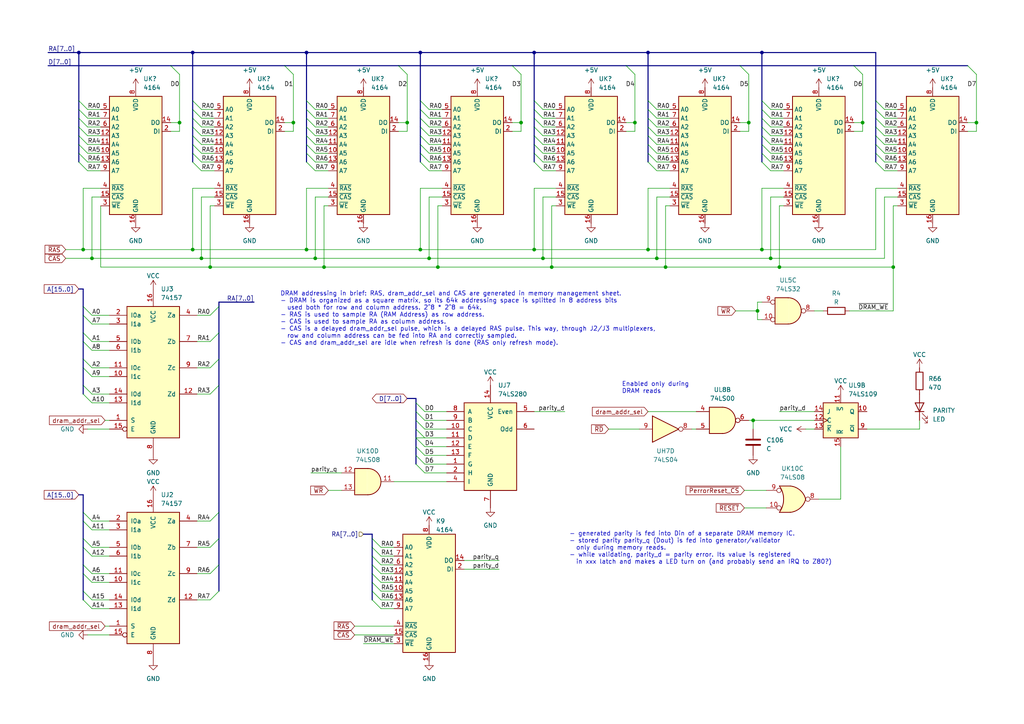
<source format=kicad_sch>
(kicad_sch (version 20230121) (generator eeschema)
  (paper "A4")
  (junction (at 154.94 15.24))
  (junction (at 85.09 35.56))
  (junction (at 157.48 74.93))
  (junction (at 60.96 77.47))
  (junction (at 58.42 74.93))
  (junction (at 121.92 15.24))
  (junction (at 223.52 74.93))
  (junction (at 187.96 72.39))
  (junction (at 88.9 15.24))
  (junction (at 219.71 90.17))
  (junction (at 193.04 77.47))
  (junction (at 118.11 35.56))
  (junction (at 55.88 72.39))
  (junction (at 22.86 15.24))
  (junction (at 259.08 77.47))
  (junction (at 217.17 35.56))
  (junction (at 250.19 35.56))
  (junction (at 127 77.47))
  (junction (at 154.94 72.39))
  (junction (at 55.88 15.24))
  (junction (at 220.98 72.39))
  (junction (at 24.13 72.39))
  (junction (at 160.02 77.47))
  (junction (at 151.13 35.56))
  (junction (at 218.44 121.92))
  (junction (at 52.07 35.56))
  (junction (at 121.92 72.39))
  (junction (at 283.21 35.56))
  (junction (at 88.9 72.39))
  (junction (at 184.15 35.56))
  (junction (at 91.44 74.93))
  (junction (at 124.46 74.93))
  (junction (at 26.67 74.93))
  (junction (at 226.06 77.47))
  (junction (at 220.98 15.24))
  (junction (at 93.98 77.47))
  (junction (at 187.96 15.24))
  (junction (at 190.5 74.93))
  (bus_entry (at 24.13 156.21) (size 2.54 2.54))
  (bus_entry (at 88.9 34.29) (size 2.54 2.54))
  (bus_entry (at 254 34.29) (size 2.54 2.54))
  (bus_entry (at 63.5 156.21) (size -2.54 2.54))
  (bus_entry (at 63.5 171.45) (size -2.54 2.54))
  (bus_entry (at 254 39.37) (size 2.54 2.54))
  (bus_entry (at 63.5 104.14) (size -2.54 2.54))
  (bus_entry (at 154.94 39.37) (size 2.54 2.54))
  (bus_entry (at 63.5 88.9) (size -2.54 2.54))
  (bus_entry (at 88.9 29.21) (size 2.54 2.54))
  (bus_entry (at 24.13 171.45) (size 2.54 2.54))
  (bus_entry (at 22.86 44.45) (size 2.54 2.54))
  (bus_entry (at 88.9 36.83) (size 2.54 2.54))
  (bus_entry (at 22.86 36.83) (size 2.54 2.54))
  (bus_entry (at 24.13 106.68) (size 2.54 2.54))
  (bus_entry (at 24.13 158.75) (size 2.54 2.54))
  (bus_entry (at 187.96 31.75) (size 2.54 2.54))
  (bus_entry (at 120.65 124.46) (size 2.54 2.54))
  (bus_entry (at 24.13 104.14) (size 2.54 2.54))
  (bus_entry (at 88.9 39.37) (size 2.54 2.54))
  (bus_entry (at 22.86 41.91) (size 2.54 2.54))
  (bus_entry (at 63.5 96.52) (size -2.54 2.54))
  (bus_entry (at 24.13 91.44) (size 2.54 2.54))
  (bus_entry (at 154.94 31.75) (size 2.54 2.54))
  (bus_entry (at 22.86 31.75) (size 2.54 2.54))
  (bus_entry (at 154.94 36.83) (size 2.54 2.54))
  (bus_entry (at 187.96 29.21) (size 2.54 2.54))
  (bus_entry (at 24.13 163.83) (size 2.54 2.54))
  (bus_entry (at 22.86 39.37) (size 2.54 2.54))
  (bus_entry (at 24.13 88.9) (size 2.54 2.54))
  (bus_entry (at 88.9 31.75) (size 2.54 2.54))
  (bus_entry (at 82.55 19.05) (size 2.54 2.54))
  (bus_entry (at 107.95 161.29) (size 2.54 2.54))
  (bus_entry (at 254 31.75) (size 2.54 2.54))
  (bus_entry (at 55.88 46.99) (size 2.54 2.54))
  (bus_entry (at 24.13 114.3) (size 2.54 2.54))
  (bus_entry (at 220.98 36.83) (size 2.54 2.54))
  (bus_entry (at 24.13 173.99) (size 2.54 2.54))
  (bus_entry (at 120.65 119.38) (size 2.54 2.54))
  (bus_entry (at 121.92 36.83) (size 2.54 2.54))
  (bus_entry (at 63.5 163.83) (size -2.54 2.54))
  (bus_entry (at 115.57 19.05) (size 2.54 2.54))
  (bus_entry (at 220.98 44.45) (size 2.54 2.54))
  (bus_entry (at 121.92 29.21) (size 2.54 2.54))
  (bus_entry (at 148.59 19.05) (size 2.54 2.54))
  (bus_entry (at 121.92 34.29) (size 2.54 2.54))
  (bus_entry (at 220.98 41.91) (size 2.54 2.54))
  (bus_entry (at 254 46.99) (size 2.54 2.54))
  (bus_entry (at 187.96 46.99) (size 2.54 2.54))
  (bus_entry (at 63.5 148.59) (size -2.54 2.54))
  (bus_entry (at 121.92 39.37) (size 2.54 2.54))
  (bus_entry (at 55.88 31.75) (size 2.54 2.54))
  (bus_entry (at 107.95 163.83) (size 2.54 2.54))
  (bus_entry (at 187.96 39.37) (size 2.54 2.54))
  (bus_entry (at 214.63 19.05) (size 2.54 2.54))
  (bus_entry (at 49.53 19.05) (size 2.54 2.54))
  (bus_entry (at 154.94 44.45) (size 2.54 2.54))
  (bus_entry (at 107.95 166.37) (size 2.54 2.54))
  (bus_entry (at 24.13 166.37) (size 2.54 2.54))
  (bus_entry (at 120.65 132.08) (size 2.54 2.54))
  (bus_entry (at 107.95 156.21) (size 2.54 2.54))
  (bus_entry (at 55.88 39.37) (size 2.54 2.54))
  (bus_entry (at 88.9 44.45) (size 2.54 2.54))
  (bus_entry (at 24.13 148.59) (size 2.54 2.54))
  (bus_entry (at 187.96 34.29) (size 2.54 2.54))
  (bus_entry (at 107.95 168.91) (size 2.54 2.54))
  (bus_entry (at 24.13 99.06) (size 2.54 2.54))
  (bus_entry (at 220.98 29.21) (size 2.54 2.54))
  (bus_entry (at 120.65 134.62) (size 2.54 2.54))
  (bus_entry (at 121.92 31.75) (size 2.54 2.54))
  (bus_entry (at 121.92 46.99) (size 2.54 2.54))
  (bus_entry (at 55.88 29.21) (size 2.54 2.54))
  (bus_entry (at 254 36.83) (size 2.54 2.54))
  (bus_entry (at 220.98 34.29) (size 2.54 2.54))
  (bus_entry (at 63.5 111.76) (size -2.54 2.54))
  (bus_entry (at 55.88 44.45) (size 2.54 2.54))
  (bus_entry (at 280.67 19.05) (size 2.54 2.54))
  (bus_entry (at 254 41.91) (size 2.54 2.54))
  (bus_entry (at 220.98 39.37) (size 2.54 2.54))
  (bus_entry (at 247.65 19.05) (size 2.54 2.54))
  (bus_entry (at 181.61 19.05) (size 2.54 2.54))
  (bus_entry (at 120.65 116.84) (size 2.54 2.54))
  (bus_entry (at 220.98 31.75) (size 2.54 2.54))
  (bus_entry (at 254 44.45) (size 2.54 2.54))
  (bus_entry (at 22.86 34.29) (size 2.54 2.54))
  (bus_entry (at 187.96 44.45) (size 2.54 2.54))
  (bus_entry (at 55.88 41.91) (size 2.54 2.54))
  (bus_entry (at 22.86 29.21) (size 2.54 2.54))
  (bus_entry (at 24.13 111.76) (size 2.54 2.54))
  (bus_entry (at 107.95 158.75) (size 2.54 2.54))
  (bus_entry (at 187.96 41.91) (size 2.54 2.54))
  (bus_entry (at 154.94 29.21) (size 2.54 2.54))
  (bus_entry (at 24.13 96.52) (size 2.54 2.54))
  (bus_entry (at 24.13 151.13) (size 2.54 2.54))
  (bus_entry (at 107.95 173.99) (size 2.54 2.54))
  (bus_entry (at 55.88 36.83) (size 2.54 2.54))
  (bus_entry (at 88.9 41.91) (size 2.54 2.54))
  (bus_entry (at 220.98 46.99) (size 2.54 2.54))
  (bus_entry (at 120.65 129.54) (size 2.54 2.54))
  (bus_entry (at 88.9 46.99) (size 2.54 2.54))
  (bus_entry (at 154.94 41.91) (size 2.54 2.54))
  (bus_entry (at 154.94 34.29) (size 2.54 2.54))
  (bus_entry (at 107.95 171.45) (size 2.54 2.54))
  (bus_entry (at 154.94 46.99) (size 2.54 2.54))
  (bus_entry (at 187.96 36.83) (size 2.54 2.54))
  (bus_entry (at 254 29.21) (size 2.54 2.54))
  (bus_entry (at 55.88 34.29) (size 2.54 2.54))
  (bus_entry (at 120.65 127) (size 2.54 2.54))
  (bus_entry (at 121.92 41.91) (size 2.54 2.54))
  (bus_entry (at 22.86 46.99) (size 2.54 2.54))
  (bus_entry (at 120.65 121.92) (size 2.54 2.54))
  (bus_entry (at 121.92 44.45) (size 2.54 2.54))
  (wire (pts (xy 60.96 59.69) (xy 60.96 77.47)))
  (wire (pts (xy 123.19 121.92) (xy 129.54 121.92)))
  (wire (pts (xy 26.67 91.44) (xy 31.75 91.44)))
  (wire (pts (xy 118.11 35.56) (xy 118.11 38.1)))
  (wire (pts (xy 58.42 46.99) (xy 62.23 46.99)))
  (wire (pts (xy 110.49 166.37) (xy 114.3 166.37)))
  (wire (pts (xy 60.96 114.3) (xy 57.15 114.3)))
  (wire (pts (xy 29.21 77.47) (xy 60.96 77.47)))
  (wire (pts (xy 256.54 41.91) (xy 260.35 41.91)))
  (bus (pts (xy 88.9 34.29) (xy 88.9 36.83)))
  (wire (pts (xy 91.44 46.99) (xy 95.25 46.99)))
  (wire (pts (xy 124.46 39.37) (xy 128.27 39.37)))
  (bus (pts (xy 24.13 106.68) (xy 24.13 111.76)))
  (wire (pts (xy 259.08 59.69) (xy 259.08 77.47)))
  (wire (pts (xy 218.44 121.92) (xy 236.22 121.92)))
  (wire (pts (xy 181.61 35.56) (xy 184.15 35.56)))
  (bus (pts (xy 55.88 15.24) (xy 88.9 15.24)))
  (bus (pts (xy 115.57 19.05) (xy 148.59 19.05)))
  (wire (pts (xy 25.4 31.75) (xy 29.21 31.75)))
  (wire (pts (xy 256.54 31.75) (xy 260.35 31.75)))
  (wire (pts (xy 251.46 124.46) (xy 266.7 124.46)))
  (wire (pts (xy 157.48 41.91) (xy 161.29 41.91)))
  (wire (pts (xy 176.53 124.46) (xy 185.42 124.46)))
  (wire (pts (xy 110.49 163.83) (xy 114.3 163.83)))
  (wire (pts (xy 260.35 59.69) (xy 259.08 59.69)))
  (wire (pts (xy 26.67 114.3) (xy 31.75 114.3)))
  (wire (pts (xy 91.44 41.91) (xy 95.25 41.91)))
  (wire (pts (xy 123.19 134.62) (xy 129.54 134.62)))
  (bus (pts (xy 49.53 19.05) (xy 82.55 19.05)))
  (wire (pts (xy 127 59.69) (xy 127 77.47)))
  (wire (pts (xy 254 54.61) (xy 254 72.39)))
  (bus (pts (xy 107.95 161.29) (xy 107.95 163.83)))
  (wire (pts (xy 91.44 44.45) (xy 95.25 44.45)))
  (wire (pts (xy 55.88 72.39) (xy 88.9 72.39)))
  (wire (pts (xy 157.48 46.99) (xy 161.29 46.99)))
  (wire (pts (xy 247.65 38.1) (xy 250.19 38.1)))
  (wire (pts (xy 128.27 57.15) (xy 124.46 57.15)))
  (wire (pts (xy 62.23 59.69) (xy 60.96 59.69)))
  (wire (pts (xy 110.49 176.53) (xy 114.3 176.53)))
  (wire (pts (xy 128.27 59.69) (xy 127 59.69)))
  (wire (pts (xy 82.55 38.1) (xy 85.09 38.1)))
  (bus (pts (xy 24.13 99.06) (xy 24.13 104.14)))
  (bus (pts (xy 88.9 36.83) (xy 88.9 39.37)))
  (wire (pts (xy 91.44 57.15) (xy 91.44 74.93)))
  (bus (pts (xy 55.88 15.24) (xy 55.88 29.21)))
  (wire (pts (xy 110.49 173.99) (xy 114.3 173.99)))
  (wire (pts (xy 26.67 158.75) (xy 31.75 158.75)))
  (wire (pts (xy 58.42 74.93) (xy 91.44 74.93)))
  (wire (pts (xy 227.33 54.61) (xy 220.98 54.61)))
  (wire (pts (xy 91.44 49.53) (xy 95.25 49.53)))
  (bus (pts (xy 220.98 39.37) (xy 220.98 41.91)))
  (wire (pts (xy 60.96 158.75) (xy 57.15 158.75)))
  (wire (pts (xy 26.67 176.53) (xy 31.75 176.53)))
  (wire (pts (xy 250.19 21.59) (xy 250.19 35.56)))
  (wire (pts (xy 190.5 36.83) (xy 194.31 36.83)))
  (wire (pts (xy 26.67 101.6) (xy 31.75 101.6)))
  (bus (pts (xy 22.86 34.29) (xy 22.86 36.83)))
  (wire (pts (xy 91.44 36.83) (xy 95.25 36.83)))
  (wire (pts (xy 190.5 44.45) (xy 194.31 44.45)))
  (bus (pts (xy 88.9 41.91) (xy 88.9 44.45)))
  (wire (pts (xy 90.17 137.16) (xy 99.06 137.16)))
  (wire (pts (xy 105.41 186.69) (xy 114.3 186.69)))
  (wire (pts (xy 123.19 127) (xy 120.65 127)))
  (wire (pts (xy 25.4 46.99) (xy 29.21 46.99)))
  (bus (pts (xy 187.96 34.29) (xy 187.96 36.83)))
  (wire (pts (xy 190.5 46.99) (xy 194.31 46.99)))
  (bus (pts (xy 22.86 143.51) (xy 24.13 143.51)))
  (wire (pts (xy 26.67 153.67) (xy 31.75 153.67)))
  (bus (pts (xy 24.13 148.59) (xy 24.13 151.13)))
  (bus (pts (xy 24.13 88.9) (xy 24.13 91.44)))
  (wire (pts (xy 124.46 49.53) (xy 128.27 49.53)))
  (bus (pts (xy 154.94 39.37) (xy 154.94 41.91)))
  (bus (pts (xy 88.9 44.45) (xy 88.9 46.99)))
  (bus (pts (xy 154.94 44.45) (xy 154.94 46.99)))
  (bus (pts (xy 220.98 44.45) (xy 220.98 46.99)))
  (wire (pts (xy 220.98 87.63) (xy 219.71 87.63)))
  (wire (pts (xy 88.9 54.61) (xy 88.9 72.39)))
  (wire (pts (xy 58.42 41.91) (xy 62.23 41.91)))
  (bus (pts (xy 154.94 15.24) (xy 154.94 29.21)))
  (bus (pts (xy 24.13 163.83) (xy 24.13 166.37)))
  (wire (pts (xy 157.48 39.37) (xy 161.29 39.37)))
  (wire (pts (xy 187.96 72.39) (xy 154.94 72.39)))
  (wire (pts (xy 60.96 91.44) (xy 57.15 91.44)))
  (bus (pts (xy 63.5 88.9) (xy 63.5 96.52)))
  (wire (pts (xy 254 72.39) (xy 220.98 72.39)))
  (wire (pts (xy 58.42 49.53) (xy 62.23 49.53)))
  (wire (pts (xy 49.53 38.1) (xy 52.07 38.1)))
  (wire (pts (xy 124.46 57.15) (xy 124.46 74.93)))
  (bus (pts (xy 120.65 132.08) (xy 120.65 134.62)))
  (bus (pts (xy 154.94 41.91) (xy 154.94 44.45)))
  (wire (pts (xy 154.94 72.39) (xy 121.92 72.39)))
  (wire (pts (xy 190.5 57.15) (xy 190.5 74.93)))
  (wire (pts (xy 25.4 44.45) (xy 29.21 44.45)))
  (bus (pts (xy 121.92 41.91) (xy 121.92 44.45)))
  (wire (pts (xy 60.96 166.37) (xy 57.15 166.37)))
  (bus (pts (xy 154.94 31.75) (xy 154.94 34.29)))
  (wire (pts (xy 256.54 34.29) (xy 260.35 34.29)))
  (wire (pts (xy 95.25 142.24) (xy 99.06 142.24)))
  (wire (pts (xy 26.67 57.15) (xy 26.67 74.93)))
  (wire (pts (xy 190.5 49.53) (xy 194.31 49.53)))
  (bus (pts (xy 63.5 96.52) (xy 63.5 104.14)))
  (bus (pts (xy 120.65 121.92) (xy 120.65 124.46)))
  (bus (pts (xy 24.13 158.75) (xy 24.13 163.83)))
  (wire (pts (xy 85.09 35.56) (xy 85.09 38.1)))
  (wire (pts (xy 102.87 184.15) (xy 114.3 184.15)))
  (wire (pts (xy 29.21 59.69) (xy 29.21 77.47)))
  (wire (pts (xy 102.87 181.61) (xy 114.3 181.61)))
  (wire (pts (xy 194.31 54.61) (xy 187.96 54.61)))
  (bus (pts (xy 24.13 104.14) (xy 24.13 106.68)))
  (bus (pts (xy 24.13 96.52) (xy 24.13 99.06)))
  (bus (pts (xy 220.98 41.91) (xy 220.98 44.45)))
  (wire (pts (xy 128.27 54.61) (xy 121.92 54.61)))
  (wire (pts (xy 217.17 21.59) (xy 217.17 35.56)))
  (bus (pts (xy 187.96 15.24) (xy 220.98 15.24)))
  (wire (pts (xy 190.5 31.75) (xy 194.31 31.75)))
  (wire (pts (xy 260.35 57.15) (xy 256.54 57.15)))
  (wire (pts (xy 246.38 90.17) (xy 259.08 90.17)))
  (bus (pts (xy 121.92 15.24) (xy 154.94 15.24)))
  (wire (pts (xy 256.54 36.83) (xy 260.35 36.83)))
  (wire (pts (xy 123.19 137.16) (xy 129.54 137.16)))
  (wire (pts (xy 266.7 121.92) (xy 266.7 124.46)))
  (wire (pts (xy 184.15 21.59) (xy 184.15 35.56)))
  (wire (pts (xy 226.06 59.69) (xy 226.06 77.47)))
  (wire (pts (xy 247.65 35.56) (xy 250.19 35.56)))
  (bus (pts (xy 220.98 34.29) (xy 220.98 36.83)))
  (bus (pts (xy 187.96 39.37) (xy 187.96 41.91)))
  (wire (pts (xy 218.44 121.92) (xy 218.44 124.46)))
  (wire (pts (xy 60.96 99.06) (xy 57.15 99.06)))
  (wire (pts (xy 187.96 54.61) (xy 187.96 72.39)))
  (bus (pts (xy 22.86 31.75) (xy 22.86 34.29)))
  (wire (pts (xy 157.48 57.15) (xy 157.48 74.93)))
  (wire (pts (xy 283.21 35.56) (xy 283.21 38.1)))
  (wire (pts (xy 223.52 46.99) (xy 227.33 46.99)))
  (wire (pts (xy 60.96 151.13) (xy 57.15 151.13)))
  (wire (pts (xy 227.33 57.15) (xy 223.52 57.15)))
  (bus (pts (xy 187.96 36.83) (xy 187.96 39.37)))
  (bus (pts (xy 254 44.45) (xy 254 46.99)))
  (bus (pts (xy 24.13 151.13) (xy 24.13 156.21)))
  (wire (pts (xy 161.29 54.61) (xy 154.94 54.61)))
  (wire (pts (xy 115.57 35.56) (xy 118.11 35.56)))
  (wire (pts (xy 223.52 31.75) (xy 227.33 31.75)))
  (wire (pts (xy 181.61 38.1) (xy 184.15 38.1)))
  (wire (pts (xy 200.66 124.46) (xy 201.93 124.46)))
  (bus (pts (xy 181.61 19.05) (xy 214.63 19.05)))
  (wire (pts (xy 223.52 44.45) (xy 227.33 44.45)))
  (wire (pts (xy 124.46 41.91) (xy 128.27 41.91)))
  (wire (pts (xy 151.13 21.59) (xy 151.13 35.56)))
  (bus (pts (xy 55.88 31.75) (xy 55.88 34.29)))
  (wire (pts (xy 26.67 173.99) (xy 31.75 173.99)))
  (wire (pts (xy 124.46 34.29) (xy 128.27 34.29)))
  (wire (pts (xy 215.9 142.24) (xy 222.25 142.24)))
  (wire (pts (xy 157.48 31.75) (xy 161.29 31.75)))
  (wire (pts (xy 110.49 158.75) (xy 114.3 158.75)))
  (wire (pts (xy 157.48 74.93) (xy 124.46 74.93)))
  (wire (pts (xy 160.02 59.69) (xy 160.02 77.47)))
  (bus (pts (xy 22.86 83.82) (xy 24.13 83.82)))
  (wire (pts (xy 124.46 36.83) (xy 128.27 36.83)))
  (bus (pts (xy 55.88 39.37) (xy 55.88 41.91)))
  (wire (pts (xy 161.29 57.15) (xy 157.48 57.15)))
  (wire (pts (xy 95.25 57.15) (xy 91.44 57.15)))
  (bus (pts (xy 88.9 39.37) (xy 88.9 41.91)))
  (wire (pts (xy 24.13 72.39) (xy 55.88 72.39)))
  (wire (pts (xy 26.67 109.22) (xy 31.75 109.22)))
  (wire (pts (xy 91.44 39.37) (xy 95.25 39.37)))
  (bus (pts (xy 154.94 29.21) (xy 154.94 31.75)))
  (bus (pts (xy 187.96 29.21) (xy 187.96 31.75)))
  (bus (pts (xy 118.11 115.57) (xy 120.65 115.57)))
  (wire (pts (xy 123.19 119.38) (xy 129.54 119.38)))
  (wire (pts (xy 220.98 54.61) (xy 220.98 72.39)))
  (bus (pts (xy 120.65 116.84) (xy 120.65 119.38)))
  (wire (pts (xy 226.06 77.47) (xy 193.04 77.47)))
  (bus (pts (xy 88.9 31.75) (xy 88.9 34.29)))
  (wire (pts (xy 91.44 31.75) (xy 95.25 31.75)))
  (wire (pts (xy 151.13 35.56) (xy 151.13 38.1)))
  (wire (pts (xy 194.31 59.69) (xy 193.04 59.69)))
  (wire (pts (xy 237.49 144.78) (xy 243.84 144.78)))
  (wire (pts (xy 157.48 36.83) (xy 161.29 36.83)))
  (wire (pts (xy 190.5 34.29) (xy 194.31 34.29)))
  (wire (pts (xy 123.19 132.08) (xy 129.54 132.08)))
  (bus (pts (xy 24.13 171.45) (xy 24.13 173.99)))
  (bus (pts (xy 22.86 36.83) (xy 22.86 39.37)))
  (bus (pts (xy 63.5 104.14) (xy 63.5 111.76)))
  (bus (pts (xy 120.65 127) (xy 120.65 129.54)))
  (wire (pts (xy 214.63 38.1) (xy 217.17 38.1)))
  (wire (pts (xy 193.04 77.47) (xy 160.02 77.47)))
  (bus (pts (xy 24.13 91.44) (xy 24.13 96.52)))
  (wire (pts (xy 233.68 124.46) (xy 236.22 124.46)))
  (bus (pts (xy 121.92 31.75) (xy 121.92 34.29)))
  (bus (pts (xy 187.96 31.75) (xy 187.96 34.29)))
  (bus (pts (xy 13.97 19.05) (xy 49.53 19.05)))
  (bus (pts (xy 55.88 36.83) (xy 55.88 39.37)))
  (bus (pts (xy 63.5 156.21) (xy 63.5 163.83)))
  (bus (pts (xy 107.95 166.37) (xy 107.95 168.91)))
  (wire (pts (xy 220.98 92.71) (xy 219.71 92.71)))
  (wire (pts (xy 60.96 173.99) (xy 57.15 173.99)))
  (bus (pts (xy 254 36.83) (xy 254 39.37)))
  (wire (pts (xy 58.42 36.83) (xy 62.23 36.83)))
  (wire (pts (xy 31.75 124.46) (xy 25.4 124.46)))
  (wire (pts (xy 256.54 44.45) (xy 260.35 44.45)))
  (wire (pts (xy 123.19 127) (xy 129.54 127)))
  (wire (pts (xy 187.96 119.38) (xy 201.93 119.38)))
  (bus (pts (xy 121.92 44.45) (xy 121.92 46.99)))
  (wire (pts (xy 157.48 44.45) (xy 161.29 44.45)))
  (bus (pts (xy 254 34.29) (xy 254 36.83)))
  (wire (pts (xy 19.05 74.93) (xy 26.67 74.93)))
  (wire (pts (xy 213.36 90.17) (xy 219.71 90.17)))
  (bus (pts (xy 254 15.24) (xy 254 29.21)))
  (wire (pts (xy 26.67 168.91) (xy 31.75 168.91)))
  (wire (pts (xy 223.52 36.83) (xy 227.33 36.83)))
  (bus (pts (xy 120.65 124.46) (xy 120.65 127)))
  (wire (pts (xy 223.52 34.29) (xy 227.33 34.29)))
  (bus (pts (xy 120.65 115.57) (xy 120.65 116.84)))
  (wire (pts (xy 157.48 49.53) (xy 161.29 49.53)))
  (wire (pts (xy 52.07 21.59) (xy 52.07 35.56)))
  (wire (pts (xy 223.52 57.15) (xy 223.52 74.93)))
  (wire (pts (xy 110.49 161.29) (xy 114.3 161.29)))
  (wire (pts (xy 49.53 35.56) (xy 52.07 35.56)))
  (bus (pts (xy 220.98 36.83) (xy 220.98 39.37)))
  (bus (pts (xy 88.9 15.24) (xy 88.9 29.21)))
  (bus (pts (xy 107.95 168.91) (xy 107.95 171.45)))
  (wire (pts (xy 227.33 59.69) (xy 226.06 59.69)))
  (bus (pts (xy 107.95 156.21) (xy 107.95 158.75)))
  (wire (pts (xy 26.67 99.06) (xy 31.75 99.06)))
  (bus (pts (xy 22.86 29.21) (xy 22.86 31.75)))
  (wire (pts (xy 85.09 21.59) (xy 85.09 35.56)))
  (wire (pts (xy 91.44 34.29) (xy 95.25 34.29)))
  (wire (pts (xy 148.59 35.56) (xy 151.13 35.56)))
  (wire (pts (xy 55.88 54.61) (xy 55.88 72.39)))
  (bus (pts (xy 120.65 119.38) (xy 120.65 121.92)))
  (wire (pts (xy 214.63 35.56) (xy 217.17 35.56)))
  (bus (pts (xy 88.9 29.21) (xy 88.9 31.75)))
  (wire (pts (xy 154.94 54.61) (xy 154.94 72.39)))
  (bus (pts (xy 63.5 163.83) (xy 63.5 171.45)))
  (wire (pts (xy 62.23 57.15) (xy 58.42 57.15)))
  (bus (pts (xy 88.9 15.24) (xy 121.92 15.24)))
  (bus (pts (xy 214.63 19.05) (xy 247.65 19.05)))
  (bus (pts (xy 107.95 171.45) (xy 107.95 173.99)))
  (bus (pts (xy 220.98 29.21) (xy 220.98 31.75)))
  (wire (pts (xy 134.62 165.1) (xy 144.78 165.1)))
  (wire (pts (xy 115.57 38.1) (xy 118.11 38.1)))
  (wire (pts (xy 31.75 184.15) (xy 25.4 184.15)))
  (wire (pts (xy 259.08 77.47) (xy 226.06 77.47)))
  (wire (pts (xy 118.11 21.59) (xy 118.11 35.56)))
  (wire (pts (xy 25.4 49.53) (xy 29.21 49.53)))
  (wire (pts (xy 29.21 57.15) (xy 26.67 57.15)))
  (wire (pts (xy 190.5 39.37) (xy 194.31 39.37)))
  (wire (pts (xy 219.71 92.71) (xy 219.71 90.17)))
  (wire (pts (xy 121.92 72.39) (xy 88.9 72.39)))
  (wire (pts (xy 193.04 59.69) (xy 193.04 77.47)))
  (bus (pts (xy 254 41.91) (xy 254 44.45)))
  (wire (pts (xy 25.4 34.29) (xy 29.21 34.29)))
  (bus (pts (xy 121.92 15.24) (xy 121.92 29.21)))
  (bus (pts (xy 220.98 15.24) (xy 254 15.24)))
  (wire (pts (xy 280.67 38.1) (xy 283.21 38.1)))
  (bus (pts (xy 24.13 143.51) (xy 24.13 148.59)))
  (bus (pts (xy 55.88 44.45) (xy 55.88 46.99)))
  (wire (pts (xy 58.42 31.75) (xy 62.23 31.75)))
  (wire (pts (xy 114.3 139.7) (xy 129.54 139.7)))
  (wire (pts (xy 124.46 31.75) (xy 128.27 31.75)))
  (wire (pts (xy 127 77.47) (xy 93.98 77.47)))
  (wire (pts (xy 26.67 161.29) (xy 31.75 161.29)))
  (bus (pts (xy 254 31.75) (xy 254 34.29)))
  (wire (pts (xy 215.9 147.32) (xy 222.25 147.32)))
  (bus (pts (xy 73.66 87.63) (xy 63.5 87.63)))
  (bus (pts (xy 13.97 15.24) (xy 22.86 15.24)))
  (wire (pts (xy 161.29 59.69) (xy 160.02 59.69)))
  (wire (pts (xy 121.92 54.61) (xy 121.92 72.39)))
  (wire (pts (xy 95.25 54.61) (xy 88.9 54.61)))
  (bus (pts (xy 154.94 36.83) (xy 154.94 39.37)))
  (wire (pts (xy 24.13 54.61) (xy 24.13 72.39)))
  (wire (pts (xy 260.35 54.61) (xy 254 54.61)))
  (wire (pts (xy 60.96 77.47) (xy 93.98 77.47)))
  (bus (pts (xy 121.92 36.83) (xy 121.92 39.37)))
  (wire (pts (xy 154.94 119.38) (xy 163.83 119.38)))
  (wire (pts (xy 58.42 39.37) (xy 62.23 39.37)))
  (wire (pts (xy 124.46 46.99) (xy 128.27 46.99)))
  (bus (pts (xy 82.55 19.05) (xy 115.57 19.05)))
  (wire (pts (xy 93.98 59.69) (xy 93.98 77.47)))
  (wire (pts (xy 26.67 93.98) (xy 31.75 93.98)))
  (bus (pts (xy 120.65 129.54) (xy 120.65 132.08)))
  (wire (pts (xy 58.42 34.29) (xy 62.23 34.29)))
  (bus (pts (xy 24.13 111.76) (xy 24.13 114.3)))
  (bus (pts (xy 247.65 19.05) (xy 280.67 19.05)))
  (bus (pts (xy 107.95 158.75) (xy 107.95 161.29)))
  (wire (pts (xy 223.52 39.37) (xy 227.33 39.37)))
  (wire (pts (xy 19.05 72.39) (xy 24.13 72.39)))
  (bus (pts (xy 24.13 83.82) (xy 24.13 88.9)))
  (wire (pts (xy 256.54 57.15) (xy 256.54 74.93)))
  (bus (pts (xy 107.95 154.94) (xy 107.95 156.21)))
  (bus (pts (xy 220.98 15.24) (xy 220.98 29.21)))
  (bus (pts (xy 187.96 41.91) (xy 187.96 44.45)))
  (wire (pts (xy 256.54 49.53) (xy 260.35 49.53)))
  (wire (pts (xy 26.67 166.37) (xy 31.75 166.37)))
  (wire (pts (xy 148.59 38.1) (xy 151.13 38.1)))
  (wire (pts (xy 30.48 121.92) (xy 31.75 121.92)))
  (bus (pts (xy 105.41 154.94) (xy 107.95 154.94)))
  (wire (pts (xy 256.54 39.37) (xy 260.35 39.37)))
  (wire (pts (xy 217.17 35.56) (xy 217.17 38.1)))
  (bus (pts (xy 24.13 156.21) (xy 24.13 158.75)))
  (bus (pts (xy 24.13 166.37) (xy 24.13 171.45)))
  (wire (pts (xy 217.17 121.92) (xy 218.44 121.92)))
  (wire (pts (xy 26.67 116.84) (xy 31.75 116.84)))
  (wire (pts (xy 60.96 106.68) (xy 57.15 106.68)))
  (wire (pts (xy 219.71 87.63) (xy 219.71 90.17)))
  (bus (pts (xy 22.86 15.24) (xy 22.86 29.21)))
  (wire (pts (xy 62.23 54.61) (xy 55.88 54.61)))
  (wire (pts (xy 283.21 21.59) (xy 283.21 35.56)))
  (bus (pts (xy 154.94 15.24) (xy 187.96 15.24)))
  (wire (pts (xy 223.52 74.93) (xy 190.5 74.93)))
  (wire (pts (xy 259.08 77.47) (xy 259.08 90.17)))
  (bus (pts (xy 55.88 34.29) (xy 55.88 36.83)))
  (bus (pts (xy 187.96 15.24) (xy 187.96 29.21)))
  (bus (pts (xy 154.94 34.29) (xy 154.94 36.83)))
  (wire (pts (xy 226.06 119.38) (xy 236.22 119.38)))
  (wire (pts (xy 184.15 35.56) (xy 184.15 38.1)))
  (bus (pts (xy 63.5 111.76) (xy 63.5 148.59)))
  (wire (pts (xy 250.19 35.56) (xy 250.19 38.1)))
  (bus (pts (xy 148.59 19.05) (xy 181.61 19.05)))
  (bus (pts (xy 121.92 29.21) (xy 121.92 31.75)))
  (wire (pts (xy 52.07 35.56) (xy 52.07 38.1)))
  (wire (pts (xy 25.4 39.37) (xy 29.21 39.37)))
  (wire (pts (xy 58.42 57.15) (xy 58.42 74.93)))
  (wire (pts (xy 26.67 151.13) (xy 31.75 151.13)))
  (wire (pts (xy 223.52 41.91) (xy 227.33 41.91)))
  (bus (pts (xy 22.86 15.24) (xy 55.88 15.24)))
  (bus (pts (xy 220.98 31.75) (xy 220.98 34.29)))
  (wire (pts (xy 124.46 44.45) (xy 128.27 44.45)))
  (wire (pts (xy 243.84 129.54) (xy 243.84 144.78)))
  (bus (pts (xy 22.86 44.45) (xy 22.86 46.99)))
  (wire (pts (xy 236.22 90.17) (xy 238.76 90.17)))
  (wire (pts (xy 110.49 171.45) (xy 114.3 171.45)))
  (bus (pts (xy 121.92 39.37) (xy 121.92 41.91)))
  (wire (pts (xy 280.67 35.56) (xy 283.21 35.56)))
  (wire (pts (xy 194.31 57.15) (xy 190.5 57.15)))
  (bus (pts (xy 55.88 41.91) (xy 55.88 44.45)))
  (bus (pts (xy 63.5 148.59) (xy 63.5 156.21)))
  (wire (pts (xy 26.67 106.68) (xy 31.75 106.68)))
  (wire (pts (xy 160.02 77.47) (xy 127 77.47)))
  (wire (pts (xy 58.42 44.45) (xy 62.23 44.45)))
  (wire (pts (xy 223.52 49.53) (xy 227.33 49.53)))
  (bus (pts (xy 22.86 39.37) (xy 22.86 41.91)))
  (bus (pts (xy 187.96 44.45) (xy 187.96 46.99)))
  (bus (pts (xy 254 39.37) (xy 254 41.91)))
  (wire (pts (xy 29.21 54.61) (xy 24.13 54.61)))
  (wire (pts (xy 95.25 59.69) (xy 93.98 59.69)))
  (wire (pts (xy 256.54 46.99) (xy 260.35 46.99)))
  (bus (pts (xy 22.86 41.91) (xy 22.86 44.45)))
  (wire (pts (xy 110.49 168.91) (xy 114.3 168.91)))
  (wire (pts (xy 25.4 36.83) (xy 29.21 36.83)))
  (bus (pts (xy 254 29.21) (xy 254 31.75)))
  (wire (pts (xy 124.46 74.93) (xy 91.44 74.93)))
  (bus (pts (xy 107.95 163.83) (xy 107.95 166.37)))
  (wire (pts (xy 123.19 129.54) (xy 129.54 129.54)))
  (wire (pts (xy 190.5 41.91) (xy 194.31 41.91)))
  (bus (pts (xy 63.5 87.63) (xy 63.5 88.9)))
  (wire (pts (xy 157.48 34.29) (xy 161.29 34.29)))
  (wire (pts (xy 220.98 72.39) (xy 187.96 72.39)))
  (wire (pts (xy 134.62 162.56) (xy 144.78 162.56)))
  (wire (pts (xy 190.5 74.93) (xy 157.48 74.93)))
  (bus (pts (xy 121.92 34.29) (xy 121.92 36.83)))
  (wire (pts (xy 25.4 41.91) (xy 29.21 41.91)))
  (bus (pts (xy 55.88 29.21) (xy 55.88 31.75)))
  (wire (pts (xy 30.48 181.61) (xy 31.75 181.61)))
  (wire (pts (xy 82.55 35.56) (xy 85.09 35.56)))
  (wire (pts (xy 256.54 74.93) (xy 223.52 74.93)))
  (wire (pts (xy 26.67 74.93) (xy 58.42 74.93)))
  (wire (pts (xy 123.19 124.46) (xy 129.54 124.46)))
  (text "DRAM addressing in brief: RAS, dram_addr_sel and CAS are generated in memory management sheet.\n- DRAM is organized as a square matrix, so its 64k addressing space is splitted in 8 address bits\n  used both for row and column address. 2^8 * 2^8 = 64k.\n- RAS is used to sample RA (RAM Address) as row address.\n- CAS is used to sample RA as column address.\n- CAS is a delayed dram_addr_sel pulse, which is a delayed RAS pulse. This way, through J2/J3 multiplexers,\n  row and column address can be fed into RA and correctly sampled.\n- CAS and dram_addr_sel are idle when refresh is done (RAS only refresh mode)." (at 81.28 100.33 0) (effects (font (size 1.27 1.27)) (justify left bottom)))
  (text "- generated parity is fed into Din of a separate DRAM memory IC.\n- stored parity parity_q (Dout) is fed into generator/validator\n  only during memory reads.\n- while validating, parity_d = parity error. Its value is registered\n  in xxx latch and makes a LED turn on (and probably send an IRQ to Z80?)" (at 165.1 163.83 0) (effects (font (size 1.27 1.27)) (justify left bottom)))
  (text "Enabled only during\nDRAM reads" (at 180.34 114.3 0) (effects (font (size 1.27 1.27)) (justify left bottom)))
  (label "D6" (at 250.19 25.4 180))
  (label "RA4" (at 91.44 41.91 0))
  (label "RA4" (at 190.5 41.91 0))
  (label "D3" (at 123.19 127 0))
  (label "D5" (at 217.17 25.4 180))
  (label "D0" (at 123.19 119.38 0))
  (label "RA7" (at 190.5 49.53 0))
  (label "D4" (at 123.19 129.54 0))
  (label "RA2" (at 60.96 106.68 180))
  (label "RA2" (at 124.46 36.83 0))
  (label "RA6" (at 223.52 46.99 0))
  (label "A9" (at 26.67 109.22 0))
  (label "D[7..0]" (at 13.97 19.05 0))
  (label "A8" (at 26.67 101.6 0))
  (label "RA2" (at 91.44 36.83 0))
  (label "A3" (at 26.67 114.3 0))
  (label "RA0" (at 256.54 31.75 0))
  (label "parity_q" (at 144.78 162.56 180))
  (label "D3" (at 151.13 25.4 180))
  (label "RA6" (at 58.42 46.99 0))
  (label "A10" (at 26.67 116.84 0))
  (label "RA4" (at 60.96 151.13 180))
  (label "RA3" (at 25.4 39.37 0))
  (label "RA3" (at 60.96 114.3 180))
  (label "RA0" (at 91.44 31.75 0))
  (label "D0" (at 52.07 25.4 180))
  (label "RA6" (at 91.44 46.99 0))
  (label "RA2" (at 157.48 36.83 0))
  (label "D6" (at 123.19 134.62 0))
  (label "D4" (at 184.15 25.4 180))
  (label "RA4" (at 124.46 41.91 0))
  (label "A7" (at 26.67 93.98 0))
  (label "RA7" (at 91.44 49.53 0))
  (label "A0" (at 26.67 91.44 0))
  (label "A6" (at 26.67 166.37 0))
  (label "RA0" (at 58.42 31.75 0))
  (label "RA6" (at 25.4 46.99 0))
  (label "RA5" (at 60.96 158.75 180))
  (label "RA0" (at 124.46 31.75 0))
  (label "RA4" (at 25.4 41.91 0))
  (label "RA1" (at 58.42 34.29 0))
  (label "RA5" (at 223.52 44.45 0))
  (label "A12" (at 26.67 161.29 0))
  (label "RA5" (at 58.42 44.45 0))
  (label "RA2" (at 190.5 36.83 0))
  (label "D5" (at 123.19 132.08 0))
  (label "A2" (at 26.67 106.68 0))
  (label "RA6" (at 110.49 173.99 0))
  (label "RA3" (at 223.52 39.37 0))
  (label "RA7" (at 110.49 176.53 0))
  (label "RA5" (at 25.4 44.45 0))
  (label "RA7" (at 157.48 49.53 0))
  (label "RA7" (at 58.42 49.53 0))
  (label "A14" (at 26.67 176.53 0))
  (label "RA6" (at 157.48 46.99 0))
  (label "RA0" (at 223.52 31.75 0))
  (label "RA1" (at 110.49 161.29 0))
  (label "RA0" (at 25.4 31.75 0))
  (label "RA2" (at 25.4 36.83 0))
  (label "RA4" (at 256.54 41.91 0))
  (label "A4" (at 26.67 151.13 0))
  (label "RA1" (at 124.46 34.29 0))
  (label "RA1" (at 256.54 34.29 0))
  (label "D7" (at 283.21 25.4 180))
  (label "RA5" (at 91.44 44.45 0))
  (label "RA3" (at 157.48 39.37 0))
  (label "RA1" (at 60.96 99.06 180))
  (label "RA[7..0]" (at 13.97 15.24 0))
  (label "RA5" (at 190.5 44.45 0))
  (label "RA1" (at 190.5 34.29 0))
  (label "RA0" (at 190.5 31.75 0))
  (label "D1" (at 123.19 121.92 0))
  (label "RA5" (at 256.54 44.45 0))
  (label "D1" (at 85.09 25.4 180))
  (label "parity_d" (at 163.83 119.38 180))
  (label "D2" (at 118.11 25.4 180))
  (label "RA0" (at 157.48 31.75 0))
  (label "RA7" (at 124.46 49.53 0))
  (label "A15" (at 26.67 173.99 0))
  (label "RA5" (at 110.49 171.45 0))
  (label "RA7" (at 60.96 173.99 180))
  (label "RA2" (at 223.52 36.83 0))
  (label "RA0" (at 110.49 158.75 0))
  (label "RA6" (at 124.46 46.99 0))
  (label "RA2" (at 256.54 36.83 0))
  (label "D7" (at 123.19 137.16 0))
  (label "RA5" (at 157.48 44.45 0))
  (label "RA4" (at 58.42 41.91 0))
  (label "RA3" (at 110.49 166.37 0))
  (label "RA[7..0]" (at 73.66 87.63 180))
  (label "RA1" (at 157.48 34.29 0))
  (label "RA5" (at 124.46 44.45 0))
  (label "D2" (at 123.19 124.46 0))
  (label "RA3" (at 91.44 39.37 0))
  (label "RA4" (at 110.49 168.91 0))
  (label "RA2" (at 58.42 36.83 0))
  (label "RA3" (at 256.54 39.37 0))
  (label "RA1" (at 25.4 34.29 0))
  (label "RA1" (at 223.52 34.29 0))
  (label "RA3" (at 124.46 39.37 0))
  (label "A11" (at 26.67 153.67 0))
  (label "A13" (at 26.67 168.91 0))
  (label "RA3" (at 190.5 39.37 0))
  (label "RA4" (at 157.48 41.91 0))
  (label "A5" (at 26.67 158.75 0))
  (label "RA4" (at 223.52 41.91 0))
  (label "RA2" (at 110.49 163.83 0))
  (label "~{DRAM_WE}" (at 248.92 90.17 0))
  (label "~{DRAM_WE}" (at 105.41 186.69 0))
  (label "RA1" (at 91.44 34.29 0))
  (label "RA6" (at 190.5 46.99 0))
  (label "parity_d" (at 226.06 119.38 0))
  (label "RA6" (at 256.54 46.99 0))
  (label "parity_d" (at 144.78 165.1 180))
  (label "A1" (at 26.67 99.06 0))
  (label "RA7" (at 25.4 49.53 0))
  (label "RA7" (at 256.54 49.53 0))
  (label "RA0" (at 60.96 91.44 180))
  (label "parity_q" (at 90.17 137.16 0))
  (label "RA3" (at 58.42 39.37 0))
  (label "RA7" (at 223.52 49.53 0))
  (label "RA6" (at 60.96 166.37 180))
  (global_label "dram_addr_sel" (shape input) (at 187.96 119.38 180) (property "Intersheetrefs" "${INTERSHEET_REFS}" (effects hide)))
  (global_label "~{RAS}" (shape input) (at 19.05 72.39 180) (property "Intersheetrefs" "${INTERSHEET_REFS}" (effects hide)))
  (global_label "~{RD}" (shape input) (at 176.53 124.46 180) (property "Intersheetrefs" "${INTERSHEET_REFS}" (effects hide)))
  (global_label "~{RESET}" (shape input) (at 215.9 147.32 180) (property "Intersheetrefs" "${INTERSHEET_REFS}" (effects hide)))
  (global_label "~{CAS}" (shape input) (at 19.05 74.93 180) (property "Intersheetrefs" "${INTERSHEET_REFS}" (effects hide)))
  (global_label "dram_addr_sel" (shape input) (at 30.48 181.61 180) (property "Intersheetrefs" "${INTERSHEET_REFS}" (effects hide)))
  (global_label "A[15..0]" (shape input) (at 22.86 143.51 180) (property "Intersheetrefs" "${INTERSHEET_REFS}" (effects hide)))
  (global_label "~{CAS}" (shape input) (at 102.87 184.15 180) (property "Intersheetrefs" "${INTERSHEET_REFS}" (effects hide)))
  (global_label "~{WR}" (shape input) (at 95.25 142.24 180) (property "Intersheetrefs" "${INTERSHEET_REFS}" (effects hide)))
  (global_label "D[7..0]" (shape bidirectional) (at 118.11 115.57 180) (property "Intersheetrefs" "${INTERSHEET_REFS}" (effects hide)))
  (global_label "~{PerrorReset_CS}" (shape input) (at 215.9 142.24 180) (property "Intersheetrefs" "${INTERSHEET_REFS}" (effects hide)))
  (global_label "A[15..0]" (shape input) (at 22.86 83.82 180) (property "Intersheetrefs" "${INTERSHEET_REFS}" (effects hide)))
  (global_label "~{WR}" (shape input) (at 213.36 90.17 180) (property "Intersheetrefs" "${INTERSHEET_REFS}" (effects hide)))
  (global_label "dram_addr_sel" (shape input) (at 30.48 121.92 180) (property "Intersheetrefs" "${INTERSHEET_REFS}" (effects hide)))
  (global_label "~{RAS}" (shape input) (at 102.87 181.61 180) (property "Intersheetrefs" "${INTERSHEET_REFS}" (effects hide)))
  (hierarchical_label "RA[7..0]" (shape input) (at 105.41 154.94 180) (property "Intersheetrefs" "${INTERSHEET_REFS}" (effects hide)))
  (symbol (lib_id "power:GND") (at 44.45 132.08 0) (unit 1)
    (property "Reference" "#PWR032" (effects hide))
    (property "Value" "GND" (at 44.45 137.16 0))
  )
  (symbol (lib_id "power:VCC") (at 233.68 124.46 90) (unit 1)
    (property "Reference" "#PWR010" (effects hide))
    (property "Value" "VCC" (at 229.87 124.46 90) (effects (justify left)))
  )
  (symbol (lib_id "74xx:74LS157") (at 44.45 166.37 0) (unit 1)
    (property "Reference" "UJ2" (at 46.6441 143.51 0) (effects (justify left)))
    (property "Value" "74157" (at 46.6441 146.05 0) (effects (justify left)))
    (property "Datasheet" "http://www.ti.com/lit/gpn/sn74LS157" (effects hide))
  )
  (symbol (lib_id "power:GND") (at 39.37 64.77 0) (unit 1)
    (property "Reference" "#PWR015" (effects hide))
    (property "Value" "GND" (at 39.37 69.85 0))
    (instances (project "ceda" (path "" (reference "#PWR015") (unit 1))) (project "AppleII-80col-card" (path "" (reference "#PWR09") (unit 1))))
  )
  (symbol (lib_id "74xx:74LS109") (at 243.84 121.92 0) (unit 2)
    (property "Reference" "UL9" (at 246.0341 111.76 0) (effects (justify left)))
    (property "Value" "74LS109" (at 246.0341 114.3 0) (effects (justify left)))
    (property "Datasheet" "http://www.ti.com/lit/gpn/sn74LS109" (effects hide))
  )
  (symbol (lib_id "Vintage:4164") (at 124.46 170.18 0) (unit 1)
    (property "Reference" "K9" (at 126.4159 151.13 0) (effects (justify left)))
    (property "Value" "4164" (at 126.4159 153.67 0) (effects (justify left)))
    (property "Footprint" "Package_DIP:DIP-16_W7.62mm_LongPads" (effects hide))
    (property "Datasheet" "https://datasheetspdf.com/pdf-file/517730/Samsungsemiconductor/KM4164B/1" (effects hide))
    (instances (project "ceda" (path "" (reference "K9") (unit 1))) (project "AppleII-80col-card" (path "" (reference "U4") (unit 1))))
  )
  (symbol (lib_id "Vintage:4164") (at 72.39 43.18 0) (unit 1)
    (property "Reference" "UK?" (at 74.5841 22.86 0) (effects (justify left)))
    (property "Value" "4164" (at 74.5841 25.4 0) (effects (justify left)))
    (property "Footprint" "Package_DIP:DIP-16_W7.62mm_LongPads" (effects hide))
    (property "Datasheet" "https://datasheetspdf.com/pdf-file/517730/Samsungsemiconductor/KM4164B/1" (effects hide))
    (instances (project "ceda" (path "" (reference "UK?") (unit 1))) (project "AppleII-80col-card" (path "" (reference "U2") (unit 1))))
  )
  (symbol (lib_id "Vintage:4164") (at 270.51 43.18 0) (unit 1)
    (property "Reference" "UK?" (at 272.7041 22.86 0) (effects (justify left)))
    (property "Value" "4164" (at 272.7041 25.4 0) (effects (justify left)))
    (property "Footprint" "Package_DIP:DIP-16_W7.62mm_LongPads" (effects hide))
    (property "Datasheet" "https://datasheetspdf.com/pdf-file/517730/Samsungsemiconductor/KM4164B/1" (effects hide))
    (instances (project "ceda" (path "" (reference "UK?") (unit 1))) (project "AppleII-80col-card" (path "" (reference "U8") (unit 1))))
  )
  (symbol (lib_id "power:GND") (at 25.4 184.15 270) (unit 1)
    (property "Reference" "#PWR035" (effects hide))
    (property "Value" "GND" (at 21.59 184.15 90) (effects (justify right)))
  )
  (symbol (lib_id "74xx:74LS08") (at 106.68 139.7 0) (unit 4)
    (property "Reference" "UK10" (at 106.6717 130.81 0))
    (property "Value" "74LS08" (at 106.6717 133.35 0))
    (property "Datasheet" "http://www.ti.com/lit/gpn/sn74LS08" (effects hide))
  )
  (symbol (lib_id "power:+5V") (at 237.49 25.4 0) (unit 1)
    (property "Reference" "#PWR026" (effects hide))
    (property "Value" "+5V" (at 237.49 20.32 0))
    (instances (project "ceda" (path "" (reference "#PWR026") (unit 1))) (project "AppleII-80col-card" (path "" (reference "#PWR07") (unit 1))))
  )
  (symbol (lib_id "Vintage:4164") (at 171.45 43.18 0) (unit 1)
    (property "Reference" "UK?" (at 173.6441 22.86 0) (effects (justify left)))
    (property "Value" "4164" (at 173.6441 25.4 0) (effects (justify left)))
    (property "Footprint" "Package_DIP:DIP-16_W7.62mm_LongPads" (effects hide))
    (property "Datasheet" "https://datasheetspdf.com/pdf-file/517730/Samsungsemiconductor/KM4164B/1" (effects hide))
    (instances (project "ceda" (path "" (reference "UK?") (unit 1))) (project "AppleII-80col-card" (path "" (reference "U5") (unit 1))))
  )
  (symbol (lib_id "74xx:74LS157") (at 44.45 106.68 0) (unit 1)
    (property "Reference" "UJ3" (at 46.6441 83.82 0) (effects (justify left)))
    (property "Value" "74157" (at 46.6441 86.36 0) (effects (justify left)))
    (property "Datasheet" "http://www.ti.com/lit/gpn/sn74LS157" (effects hide))
  )
  (symbol (lib_id "Device:C") (at 218.44 128.27 0) (unit 1)
    (property "Reference" "C106" (at 222.25 127.635 0) (effects (justify left)))
    (property "Value" "C" (at 222.25 130.175 0) (effects (justify left)))
  )
  (symbol (lib_id "power:GND") (at 124.46 191.77 0) (unit 1)
    (property "Reference" "#PWR0238" (effects hide))
    (property "Value" "GND" (at 124.46 196.85 0))
  )
  (symbol (lib_id "74xx:74LS280") (at 142.24 129.54 0) (unit 1)
    (property "Reference" "UJ7" (at 144.4341 111.76 0) (effects (justify left)))
    (property "Value" "74LS280" (at 144.4341 114.3 0) (effects (justify left)))
    (property "Datasheet" "http://www.ti.com/lit/gpn/sn74LS280" (effects hide))
  )
  (symbol (lib_id "Device:R") (at 266.7 110.49 0) (unit 1)
    (property "Reference" "R66" (at 269.24 109.855 0) (effects (justify left)))
    (property "Value" "470" (at 269.24 112.395 0) (effects (justify left)))
  )
  (symbol (lib_id "74xx:74LS08") (at 229.87 144.78 0) (unit 3) (convert 2)
    (property "Reference" "UK10" (at 229.87 135.89 0))
    (property "Value" "74LS08" (at 229.87 138.43 0))
    (property "Datasheet" "http://www.ti.com/lit/gpn/sn74LS08" (effects hide))
  )
  (symbol (lib_id "power:VCC") (at 44.45 143.51 0) (unit 1)
    (property "Reference" "#PWR031" (effects hide))
    (property "Value" "VCC" (at 44.45 139.7 0))
  )
  (symbol (lib_id "power:GND") (at 25.4 124.46 270) (unit 1)
    (property "Reference" "#PWR034" (effects hide))
    (property "Value" "GND" (at 21.59 124.46 90) (effects (justify right)))
  )
  (symbol (lib_id "power:+5V") (at 39.37 25.4 0) (unit 1)
    (property "Reference" "#PWR014" (effects hide))
    (property "Value" "+5V" (at 39.37 20.32 0))
    (instances (project "ceda" (path "" (reference "#PWR014") (unit 1))) (project "AppleII-80col-card" (path "" (reference "#PWR01") (unit 1))))
  )
  (symbol (lib_id "power:VCC") (at 44.45 83.82 0) (unit 1)
    (property "Reference" "#PWR030" (effects hide))
    (property "Value" "VCC" (at 44.45 80.01 0))
  )
  (symbol (lib_id "power:VCC") (at 266.7 106.68 0) (unit 1)
    (property "Reference" "#PWR011" (effects hide))
    (property "Value" "VCC" (at 266.7 102.87 0))
  )
  (symbol (lib_id "74xx:74LS04") (at 193.04 124.46 0) (unit 4)
    (property "Reference" "UH7" (at 193.04 130.81 0))
    (property "Value" "74LS04" (at 193.04 133.35 0))
    (property "Datasheet" "http://www.ti.com/lit/gpn/sn74LS04" (effects hide))
  )
  (symbol (lib_id "Vintage:4164") (at 204.47 43.18 0) (unit 1)
    (property "Reference" "UK?" (at 206.6641 22.86 0) (effects (justify left)))
    (property "Value" "4164" (at 206.6641 25.4 0) (effects (justify left)))
    (property "Footprint" "Package_DIP:DIP-16_W7.62mm_LongPads" (effects hide))
    (property "Datasheet" "https://datasheetspdf.com/pdf-file/517730/Samsungsemiconductor/KM4164B/1" (effects hide))
    (instances (project "ceda" (path "" (reference "UK?") (unit 1))) (project "AppleII-80col-card" (path "" (reference "U6") (unit 1))))
  )
  (symbol (lib_id "power:VCC") (at 142.24 111.76 0) (unit 1)
    (property "Reference" "#PWR0235" (effects hide))
    (property "Value" "VCC" (at 142.24 107.95 0))
  )
  (symbol (lib_id "power:+5V") (at 204.47 25.4 0) (unit 1)
    (property "Reference" "#PWR024" (effects hide))
    (property "Value" "+5V" (at 204.47 20.32 0))
    (instances (project "ceda" (path "" (reference "#PWR024") (unit 1))) (project "AppleII-80col-card" (path "" (reference "#PWR06") (unit 1))))
  )
  (symbol (lib_id "Device:R") (at 242.57 90.17 90) (unit 1)
    (property "Reference" "R4" (at 242.57 85.09 90))
    (property "Value" "R" (at 242.57 87.63 90))
  )
  (symbol (lib_id "power:GND") (at 204.47 64.77 0) (unit 1)
    (property "Reference" "#PWR025" (effects hide))
    (property "Value" "GND" (at 204.47 69.85 0))
    (instances (project "ceda" (path "" (reference "#PWR025") (unit 1))) (project "AppleII-80col-card" (path "" (reference "#PWR014") (unit 1))))
  )
  (symbol (lib_id "power:GND") (at 218.44 132.08 0) (unit 1)
    (property "Reference" "#PWR013" (effects hide))
    (property "Value" "GND" (at 218.44 137.16 0))
  )
  (symbol (lib_id "power:GND") (at 142.24 147.32 0) (unit 1)
    (property "Reference" "#PWR0237" (effects hide))
    (property "Value" "GND" (at 142.24 152.4 0))
  )
  (symbol (lib_id "Vintage:4164") (at 237.49 43.18 0) (unit 1)
    (property "Reference" "UK?" (at 239.6841 22.86 0) (effects (justify left)))
    (property "Value" "4164" (at 239.6841 25.4 0) (effects (justify left)))
    (property "Footprint" "Package_DIP:DIP-16_W7.62mm_LongPads" (effects hide))
    (property "Datasheet" "https://datasheetspdf.com/pdf-file/517730/Samsungsemiconductor/KM4164B/1" (effects hide))
    (instances (project "ceda" (path "" (reference "UK?") (unit 1))) (project "AppleII-80col-card" (path "" (reference "U7") (unit 1))))
  )
  (symbol (lib_id "74xx:74LS00") (at 209.55 121.92 0) (unit 2)
    (property "Reference" "UL8" (at 209.5417 113.03 0))
    (property "Value" "74LS00" (at 209.5417 115.57 0))
    (property "Datasheet" "http://www.ti.com/lit/gpn/sn74ls00" (effects hide))
  )
  (symbol (lib_id "power:+5V") (at 270.51 25.4 0) (unit 1)
    (property "Reference" "#PWR028" (effects hide))
    (property "Value" "+5V" (at 270.51 20.32 0))
    (instances (project "ceda" (path "" (reference "#PWR028") (unit 1))) (project "AppleII-80col-card" (path "" (reference "#PWR08") (unit 1))))
  )
  (symbol (lib_id "Vintage:4164") (at 138.43 43.18 0) (unit 1)
    (property "Reference" "UK?" (at 140.6241 22.86 0) (effects (justify left)))
    (property "Value" "4164" (at 140.6241 25.4 0) (effects (justify left)))
    (property "Footprint" "Package_DIP:DIP-16_W7.62mm_LongPads" (effects hide))
    (property "Datasheet" "https://datasheetspdf.com/pdf-file/517730/Samsungsemiconductor/KM4164B/1" (effects hide))
    (instances (project "ceda" (path "" (reference "UK?") (unit 1))) (project "AppleII-80col-card" (path "" (reference "U4") (unit 1))))
  )
  (symbol (lib_id "power:+5V") (at 171.45 25.4 0) (unit 1)
    (property "Reference" "#PWR022" (effects hide))
    (property "Value" "+5V" (at 171.45 20.32 0))
    (instances (project "ceda" (path "" (reference "#PWR022") (unit 1))) (project "AppleII-80col-card" (path "" (reference "#PWR05") (unit 1))))
  )
  (symbol (lib_id "power:+5V") (at 105.41 25.4 0) (unit 1)
    (property "Reference" "#PWR018" (effects hide))
    (property "Value" "+5V" (at 105.41 20.32 0))
    (instances (project "ceda" (path "" (reference "#PWR018") (unit 1))) (project "AppleII-80col-card" (path "" (reference "#PWR03") (unit 1))))
  )
  (symbol (lib_id "Vintage:4164") (at 105.41 43.18 0) (unit 1)
    (property "Reference" "UK?" (at 107.6041 22.86 0) (effects (justify left)))
    (property "Value" "4164" (at 107.6041 25.4 0) (effects (justify left)))
    (property "Footprint" "Package_DIP:DIP-16_W7.62mm_LongPads" (effects hide))
    (property "Datasheet" "https://datasheetspdf.com/pdf-file/517730/Samsungsemiconductor/KM4164B/1" (effects hide))
    (instances (project "ceda" (path "" (reference "UK?") (unit 1))) (project "AppleII-80col-card" (path "" (reference "U3") (unit 1))))
  )
  (symbol (lib_id "power:VCC") (at 243.84 114.3 0) (unit 1)
    (property "Reference" "#PWR012" (effects hide))
    (property "Value" "VCC" (at 243.84 110.49 0))
  )
  (symbol (lib_id "power:+5V") (at 72.39 25.4 0) (unit 1)
    (property "Reference" "#PWR016" (effects hide))
    (property "Value" "+5V" (at 72.39 20.32 0))
    (instances (project "ceda" (path "" (reference "#PWR016") (unit 1))) (project "AppleII-80col-card" (path "" (reference "#PWR02") (unit 1))))
  )
  (symbol (lib_id "74xx:74LS32") (at 228.6 90.17 0) (unit 3) (convert 2)
    (property "Reference" "UL5" (at 228.5917 81.28 0))
    (property "Value" "74LS32" (at 228.5917 83.82 0))
    (property "Datasheet" "http://www.ti.com/lit/gpn/sn74LS32" (effects hide))
  )
  (symbol (lib_id "power:GND") (at 72.39 64.77 0) (unit 1)
    (property "Reference" "#PWR017" (effects hide))
    (property "Value" "GND" (at 72.39 69.85 0))
    (instances (project "ceda" (path "" (reference "#PWR017") (unit 1))) (project "AppleII-80col-card" (path "" (reference "#PWR010") (unit 1))))
  )
  (symbol (lib_id "power:GND") (at 270.51 64.77 0) (unit 1)
    (property "Reference" "#PWR029" (effects hide))
    (property "Value" "GND" (at 270.51 69.85 0))
    (instances (project "ceda" (path "" (reference "#PWR029") (unit 1))) (project "AppleII-80col-card" (path "" (reference "#PWR016") (unit 1))))
  )
  (symbol (lib_id "power:GND") (at 105.41 64.77 0) (unit 1)
    (property "Reference" "#PWR019" (effects hide))
    (property "Value" "GND" (at 105.41 69.85 0))
    (instances (project "ceda" (path "" (reference "#PWR019") (unit 1))) (project "AppleII-80col-card" (path "" (reference "#PWR011") (unit 1))))
  )
  (symbol (lib_id "power:GND") (at 44.45 191.77 0) (unit 1)
    (property "Reference" "#PWR033" (effects hide))
    (property "Value" "GND" (at 44.45 196.85 0))
  )
  (symbol (lib_id "power:VCC") (at 124.46 152.4 0) (unit 1)
    (property "Reference" "#PWR0236" (effects hide))
    (property "Value" "VCC" (at 124.46 148.59 0))
  )
  (symbol (lib_id "Vintage:4164") (at 39.37 43.18 0) (unit 1)
    (property "Reference" "UK?" (at 41.5641 22.86 0) (effects (justify left)))
    (property "Value" "4164" (at 41.5641 25.4 0) (effects (justify left)))
    (property "Footprint" "Package_DIP:DIP-16_W7.62mm_LongPads" (effects hide))
    (property "Datasheet" "https://datasheetspdf.com/pdf-file/517730/Samsungsemiconductor/KM4164B/1" (effects hide))
    (instances (project "ceda" (path "" (reference "UK?") (unit 1))) (project "AppleII-80col-card" (path "" (reference "U1") (unit 1))))
  )
  (symbol (lib_id "Device:LED") (at 266.7 118.11 90) (unit 1)
    (property "Reference" "PARITY" (at 270.51 119.0625 90) (effects (justify right)))
    (property "Value" "LED" (at 270.51 121.6025 90) (effects (justify right)))
  )
  (symbol (lib_id "power:GND") (at 237.49 64.77 0) (unit 1)
    (property "Reference" "#PWR027" (effects hide))
    (property "Value" "GND" (at 237.49 69.85 0))
    (instances (project "ceda" (path "" (reference "#PWR027") (unit 1))) (project "AppleII-80col-card" (path "" (reference "#PWR015") (unit 1))))
  )
  (symbol (lib_id "power:GND") (at 138.43 64.77 0) (unit 1)
    (property "Reference" "#PWR021" (effects hide))
    (property "Value" "GND" (at 138.43 69.85 0))
    (instances (project "ceda" (path "" (reference "#PWR021") (unit 1))) (project "AppleII-80col-card" (path "" (reference "#PWR012") (unit 1))))
  )
  (symbol (lib_id "power:+5V") (at 138.43 25.4 0) (unit 1)
    (property "Reference" "#PWR020" (effects hide))
    (property "Value" "+5V" (at 138.43 20.32 0))
    (instances (project "ceda" (path "" (reference "#PWR020") (unit 1))) (project "AppleII-80col-card" (path "" (reference "#PWR04") (unit 1))))
  )
  (symbol (lib_id "power:GND") (at 171.45 64.77 0) (unit 1)
    (property "Reference" "#PWR023" (effects hide))
    (property "Value" "GND" (at 171.45 69.85 0))
    (instances (project "ceda" (path "" (reference "#PWR023") (unit 1))) (project "AppleII-80col-card" (path "" (reference "#PWR013") (unit 1))))
  )
)
</source>
